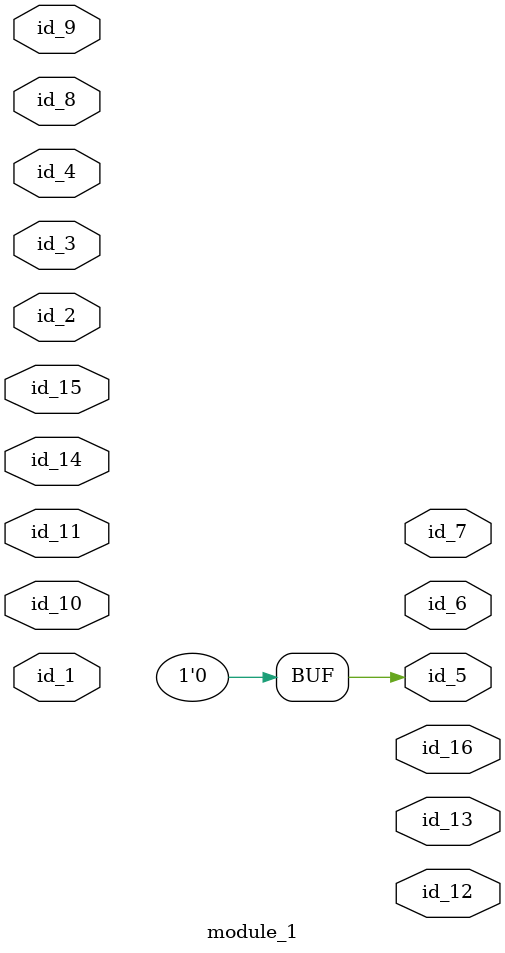
<source format=v>
module module_0 ();
  assign id_1 = id_1;
endmodule
module module_1 (
    id_1,
    id_2,
    id_3,
    id_4,
    id_5,
    id_6,
    id_7,
    id_8,
    id_9,
    id_10,
    id_11,
    id_12,
    id_13,
    id_14,
    id_15,
    id_16
);
  output wire id_16;
  input wire id_15;
  input wire id_14;
  output wire id_13;
  output wire id_12;
  inout wire id_11;
  input wire id_10;
  inout wire id_9;
  input wire id_8;
  output wire id_7;
  output wire id_6;
  output wire id_5;
  input wire id_4;
  inout wire id_3;
  input wire id_2;
  inout wire id_1;
  parameter id_17 = id_11;
  module_0 modCall_1 ();
  assign id_5 = -1'b0;
  wire id_18, id_19;
endmodule

</source>
